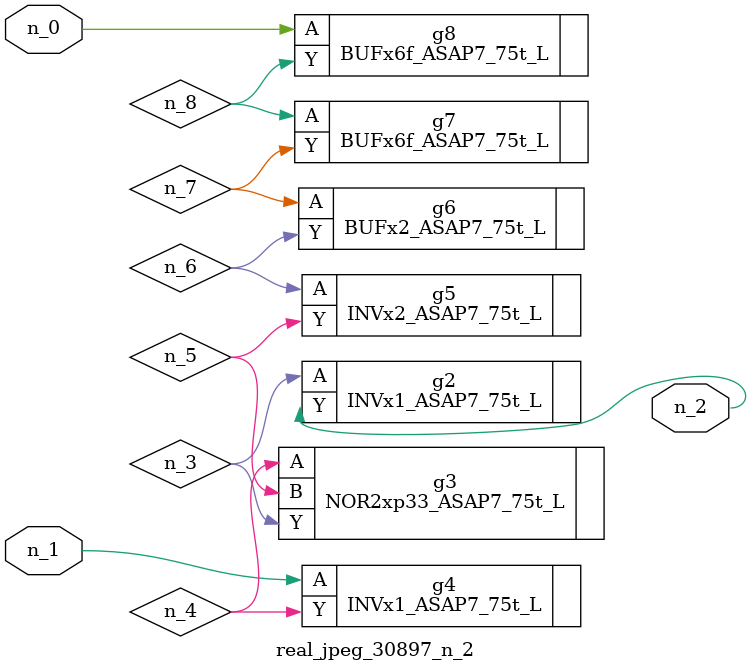
<source format=v>
module real_jpeg_30897_n_2 (n_1, n_0, n_2);

input n_1;
input n_0;

output n_2;

wire n_5;
wire n_4;
wire n_8;
wire n_6;
wire n_7;
wire n_3;

BUFx6f_ASAP7_75t_L g8 ( 
.A(n_0),
.Y(n_8)
);

INVx1_ASAP7_75t_L g4 ( 
.A(n_1),
.Y(n_4)
);

INVx1_ASAP7_75t_L g2 ( 
.A(n_3),
.Y(n_2)
);

NOR2xp33_ASAP7_75t_L g3 ( 
.A(n_4),
.B(n_5),
.Y(n_3)
);

INVx2_ASAP7_75t_L g5 ( 
.A(n_6),
.Y(n_5)
);

BUFx2_ASAP7_75t_L g6 ( 
.A(n_7),
.Y(n_6)
);

BUFx6f_ASAP7_75t_L g7 ( 
.A(n_8),
.Y(n_7)
);


endmodule
</source>
